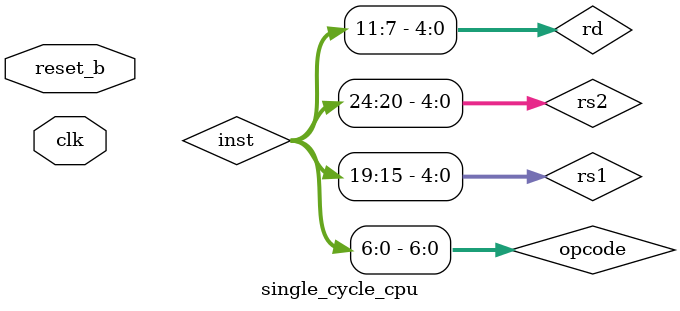
<source format=sv>
/* ********************************************
 *  COSE222 Lab #3
 *
 *  Module: top design of the single-cycle CPU (single_cycle_cpu.sv)
 *  - Top design of the single-cycle CPU
 *
 *  Author: Gunjae Koo (gunjaekoo@korea.ac.kr)
 *
 * ********************************************
 */

`timescale 1ns/1ps
`define FF 1    // Flip-flop delay for just better waveform view

module single_cycle_cpu
#(  parameter IMEM_DEPTH = 1024,    // imem depth (default: 1024 entries = 4 KB)
              IMEM_ADDR_WIDTH = 10,
              REG_WIDTH = 64,
              DMEM_DEPTH = 1024,    // dmem depth (default: 1024 entries = 8 KB)
              DMEM_ADDR_WIDTH = 10 )
(
    input           clk,            // System clock
    input           reset_b         // Asychronous negative reset
);

    // Wires for datapath elements
    logic   [IMEM_ADDR_WIDTH-1:0]   imem_addr; // [9:0]
    logic   [31:0]  inst;   // instructions = an output of ????

    logic   [4:0]   rs1, rs2, rd;    // register numbers
    logic   [REG_WIDTH-1:0] rd_din;
    logic           reg_write;
    logic   [REG_WIDTH-1:0] rs1_dout, rs2_dout;

    logic   [REG_WIDTH-1:0] alu_in1, alu_in2;
    logic   [3:0]   alu_control;    // ALU control signal
    logic   [REG_WIDTH-1:0] alu_result;
    logic           alu_zero;

    logic   [DMEM_ADDR_WIDTH-1:0]    dmem_addr;
    logic   [63:0]  dmem_din, dmem_dout;
    logic           mem_read, mem_write;

    // -------------------------------------------------------------------
    /* Main control unit:
     * Main control unit generates control signals for datapath elements
     * The control signals are determined by decoding instructions
     * Generating control signals using opcode = inst[6:0]
     */
    logic   [6:0]   opcode;
    logic           branch, alu_src, mem_to_reg; 
    logic   [1:0]   alu_op;
    //logic         mem_read, mem_write, reg_write; // declared above

    // COMPLETE THE MAIN CONTROL UNIT HERE
    assign opcode = inst[6:0];
    always_comb begin
        case(opcode)
        // R-format
        7'b0110011: begin
            alu_src = 0;
            mem_to_reg = 0;
            reg_write = 1;
            mem_read = 0;
            mem_write = 0;
            branch = 0;
            alu_op = 2'b10;
        end


        // ld
        7'b0000011:begin
            alu_src = 1;
            mem_to_reg = 1;
            reg_write = 1;
            mem_read = 1;
            mem_write = 0;
            branch = 0;
            alu_op = 2'b00;
        end

        // sd
        7'b0100011: begin
            alu_src = 1;
            mem_to_reg = 0;
            reg_write = 0;
            mem_read = 0;
            mem_write = 1;
            branch = 0;
            alu_op = 2'b00;
        end

        // beq
        7'b1100011: begin
            alu_src = 0;
            mem_to_reg = 0;
            reg_write = 0;
            mem_read = 0;
            mem_write = 0;
            branch = 1;
            alu_op = 2'b01;
        end

        // defualt
        default: begin
            alu_src = 0;
            mem_to_reg = 0;
            reg_write = 0;
            mem_read = 0;
            mem_write = 0;
            branch = 0;
            alu_op = 2'b00;
        end
        endcase
    end

    // --------------------------------------------------------------------

    // --------------------------------------------------------------------
    /* ALU control unit:
     * ALU control unit generate alu_control signal which selects ALU operations
     * Generating control signals using alu_op, funct7, and funct3 fileds
     */
    logic   [6:0]   funct7;
    logic   [2:0]   funct3;

    // COMPLETE THE ALU CONTROL UNIT HERE
    assign funct7 = inst[31:25];
    assign funct3 = inst[14:12];

    
    assign alu_control = (alu_op == 2'b10 && funct7 == 7'b0000000 && funct3 == 3'b111)? 4'b0000:( // AND
        (alu_op == 2'b10 && funct7 == 7'b0100000 && funct3 == 3'b110)? 4'b0001:( // OR
        (alu_op == 2'b10 && funct7 == 7'b0100000 && funct3 == 3'b000 || alu_op == 2'b01)? 4'b0110:( // SUB
        4'b0010))); // default ADD

    // ---------------------------------------------------------------------


    // ---------------------------------------------------------------------
    /* Immediate generator:
     * Generating immediate value from inst[31:0]
     */
    logic   [63:0]  imm64;
    logic   [63:0]  imm64_branch;  // imm64 left shifted by 1
    logic   [11:0]  imm12;  // 12-bit immediate value extracted from inst

    // COMPLETE IMMEDIATE GENERATOR HERE
    always_comb begin
        case(inst[6:0])
        //I-Format [31:20] 12bit
        7'b0000011: begin
        imm64 = {{53{inst[31]}},inst[30:20]};
        imm64_branch = {64{1'b0}};
        imm12 = inst[31:20];
        end

        7'b1100111: begin
        imm64 = {{53{inst[31]}},inst[30:20]};
    imm64_branch = {64{1'b0}};
        imm12 = inst[31:20];
        end

        //S-Format [31:25] 7bit + [11:7] 5bit
        7'b0100011: begin
        imm64 = {{53{inst[31]}}, inst[30:25], inst[11:7]};
    imm64_branch = {64{1'b0}};
        imm12 = {inst[31:25], inst[11:7]};
        end

        // B-format [31] + [7] + [30:25] + [11:8]
        7'b1100011: begin
        imm64 = {64{1'b0}};
    imm64_branch =  {{52{inst[31]}}, inst[7], inst[30:25], inst[11:8], 1'b0};
        imm12 = {inst[31], inst[7], inst[30:25], inst[11:8]};
        end

        default: begin
        imm64 = {64{1'b0}};
    imm64_branch = {64{1'b0}};
        imm12 = {12{1'b0}};
        end

        endcase
    end
  

    // ----------------------------------------------------------------------

    // Program counter
    logic   [63:0]  pc_curr, pc_next;
    logic   [63:0]  pc_next_plus4, pc_next_branch;

    assign pc_next_plus4 = pc_curr + 4;    // FILL THIS
    // MUXes:
    // COMPLETE MUXES HERE
    // PC_NEXT
    assign pc_next_branch = pc_curr + imm64_branch;
    assign pc_next = (branch && alu_zero == 1)? pc_next_branch:pc_next_plus4;   // FILL THIS

    always_ff @ (posedge clk or negedge reset_b) begin
        if (~reset_b) begin
            pc_curr <= 'b0;
        end else begin
            pc_curr <= pc_next;        // FILL THIS
        end
    end

    

    
    // ALU inputs
    assign alu_in1 = rs1_dout;
    assign alu_in2 = (alu_src == 0)? rs2_dout : imm64;
    


    // RF din
    assign rd_din = (mem_to_reg == 0)? alu_result: dmem_dout;


    // COMPLETE CONNECTIONS HERE
    // imem
    assign imem_addr = pc_curr[9:0]/4;

    // regfile
    assign rs1 = inst[19:15];
    assign rs2 = inst[24:20];
    assign rd = inst[11:7];
 
    // dmem
    assign dmem_addr = alu_result / 8;
    assign dmem_din = rs2_dout;


    // -----------------------------------------------------------------------
    /* Instantiation of datapath elements
     * All input/output ports should be connected
     */
    
    // IMEM
    imem #(
        .IMEM_DEPTH         (IMEM_DEPTH),
        .IMEM_ADDR_WIDTH    (IMEM_ADDR_WIDTH)
    ) u_imem_0 (
        .addr               ( imem_addr     ),
        .dout               ( inst          )
    );

    // REGFILE
    regfile #(
    .REG_WIDTH(REG_WIDTH)
    ) u_regfile_0(
    .clk(clk), 
    .rs1(rs1),
    .rs2(rs2),
    .rd(rd),
    .rd_din(rd_din),
    .reg_write(reg_write),
    .rs1_dout(rs1_dout),
    .rs2_dout(rs2_dout)
    );

    // ALU
    alu #(
    .REG_WIDTH(REG_WIDTH)
    ) u_alu_0(
    .in1(alu_in1),
    .in2(alu_in2), 
    .alu_control(alu_control),
    .result(alu_result),
    .zero(alu_zero) 
    );

    // DMEM
    dmem #(
    .DMEM_DEPTH(DMEM_DEPTH),
    .DMEM_ADDR_WIDTH(DMEM_ADDR_WIDTH)    
    )u_dmem_0(
    .clk(clk),
    .addr(dmem_addr),
    .din(dmem_din),
    .mem_read(mem_read),
    .mem_write(mem_write),
    .dout(dmem_dout)
    );

endmodule
</source>
